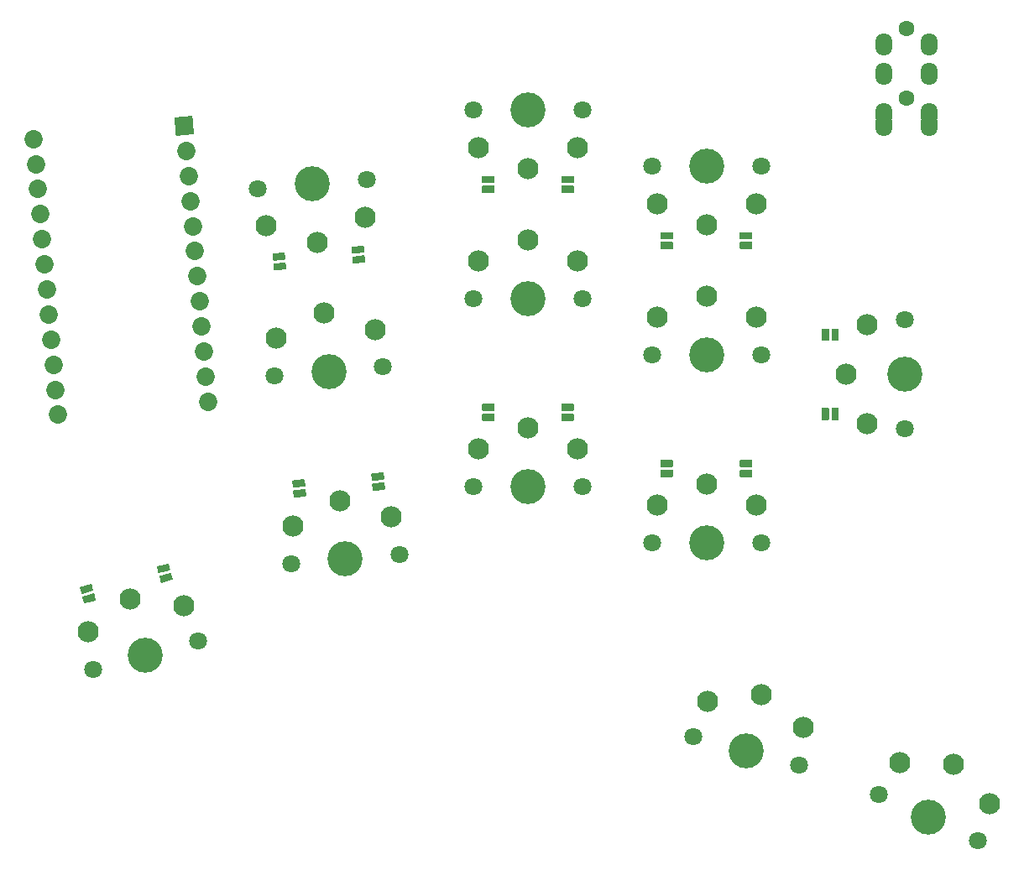
<source format=gbr>
%TF.GenerationSoftware,KiCad,Pcbnew,(5.1.10)-1*%
%TF.CreationDate,2021-07-21T18:09:40+02:00*%
%TF.ProjectId,metasepia_pfefferi_alu_bent_large,6d657461-7365-4706-9961-5f7066656666,VERSION_HERE*%
%TF.SameCoordinates,Original*%
%TF.FileFunction,Soldermask,Top*%
%TF.FilePolarity,Negative*%
%FSLAX46Y46*%
G04 Gerber Fmt 4.6, Leading zero omitted, Abs format (unit mm)*
G04 Created by KiCad (PCBNEW (5.1.10)-1) date 2021-07-21 18:09:40*
%MOMM*%
%LPD*%
G01*
G04 APERTURE LIST*
%ADD10C,3.529000*%
%ADD11C,1.801800*%
%ADD12C,2.132000*%
%ADD13C,1.852600*%
%ADD14C,1.600000*%
%ADD15O,1.700000X2.300000*%
G04 APERTURE END LIST*
D10*
%TO.C,S4*%
X30428800Y63985100D03*
D11*
X24949729Y63505743D03*
X35907871Y64464457D03*
D12*
X25779018Y59763781D03*
X30943019Y58107551D03*
X35740965Y60635339D03*
X30943019Y58107551D03*
%TD*%
D10*
%TO.C,S12*%
X74174500Y6764100D03*
D11*
X79487092Y5340595D03*
X68861908Y8187605D03*
D12*
X79987642Y9140523D03*
X75701532Y12463062D03*
X70328383Y11728713D03*
X75701532Y12463062D03*
%TD*%
D10*
%TO.C,S1*%
X13600100Y16420700D03*
D11*
X18912692Y17844205D03*
X8287508Y14997195D03*
D12*
X17446217Y21385313D03*
X12073068Y22119662D03*
X7786958Y18797123D03*
X12073068Y22119662D03*
%TD*%
%TO.C,J1*%
G36*
G01*
X8571851Y21939508D02*
X7467797Y21643677D01*
G75*
G02*
X7406560Y21679032I-12941J48296D01*
G01*
X7242210Y22292395D01*
G75*
G02*
X7277565Y22353632I48296J12941D01*
G01*
X8381619Y22649463D01*
G75*
G02*
X8442856Y22614108I12941J-48296D01*
G01*
X8607206Y22000745D01*
G75*
G02*
X8571851Y21939508I-48296J-12941D01*
G01*
G37*
G36*
G01*
X8312835Y22906168D02*
X7208781Y22610337D01*
G75*
G02*
X7147544Y22645692I-12941J48296D01*
G01*
X6983194Y23259055D01*
G75*
G02*
X7018549Y23320292I48296J12941D01*
G01*
X8122603Y23616123D01*
G75*
G02*
X8183840Y23580768I12941J-48296D01*
G01*
X8348190Y22967405D01*
G75*
G02*
X8312835Y22906168I-48296J-12941D01*
G01*
G37*
%TD*%
%TO.C,J2*%
G36*
G01*
X16299251Y24010108D02*
X15195197Y23714277D01*
G75*
G02*
X15133960Y23749632I-12941J48296D01*
G01*
X14969610Y24362995D01*
G75*
G02*
X15004965Y24424232I48296J12941D01*
G01*
X16109019Y24720063D01*
G75*
G02*
X16170256Y24684708I12941J-48296D01*
G01*
X16334606Y24071345D01*
G75*
G02*
X16299251Y24010108I-48296J-12941D01*
G01*
G37*
G36*
G01*
X16040235Y24976768D02*
X14936181Y24680937D01*
G75*
G02*
X14874944Y24716292I-12941J48296D01*
G01*
X14710594Y25329655D01*
G75*
G02*
X14745949Y25390892I48296J12941D01*
G01*
X15850003Y25686723D01*
G75*
G02*
X15911240Y25651368I12941J-48296D01*
G01*
X16075590Y25038005D01*
G75*
G02*
X16040235Y24976768I-48296J-12941D01*
G01*
G37*
%TD*%
D10*
%TO.C,S2*%
X33740700Y26129700D03*
D11*
X39219771Y26609057D03*
X28261629Y25650343D03*
D12*
X38390482Y30351019D03*
X33226481Y32007249D03*
X28428535Y29479461D03*
X33226481Y32007249D03*
%TD*%
%TO.C,J3*%
G36*
G01*
X29747166Y32437832D02*
X28608516Y32338213D01*
G75*
G02*
X28554348Y32383665I-4358J49810D01*
G01*
X28499004Y33016248D01*
G75*
G02*
X28544456Y33070416I49810J4358D01*
G01*
X29683106Y33170035D01*
G75*
G02*
X29737274Y33124583I4358J-49810D01*
G01*
X29792618Y32492000D01*
G75*
G02*
X29747166Y32437832I-49810J-4358D01*
G01*
G37*
G36*
G01*
X29659944Y33434784D02*
X28521294Y33335165D01*
G75*
G02*
X28467126Y33380617I-4358J49810D01*
G01*
X28411782Y34013200D01*
G75*
G02*
X28457234Y34067368I49810J4358D01*
G01*
X29595884Y34166987D01*
G75*
G02*
X29650052Y34121535I4358J-49810D01*
G01*
X29705396Y33488952D01*
G75*
G02*
X29659944Y33434784I-49810J-4358D01*
G01*
G37*
%TD*%
%TO.C,J4*%
G36*
G01*
X37716766Y33135032D02*
X36578116Y33035413D01*
G75*
G02*
X36523948Y33080865I-4358J49810D01*
G01*
X36468604Y33713448D01*
G75*
G02*
X36514056Y33767616I49810J4358D01*
G01*
X37652706Y33867235D01*
G75*
G02*
X37706874Y33821783I4358J-49810D01*
G01*
X37762218Y33189200D01*
G75*
G02*
X37716766Y33135032I-49810J-4358D01*
G01*
G37*
G36*
G01*
X37629544Y34131984D02*
X36490894Y34032365D01*
G75*
G02*
X36436726Y34077817I-4358J49810D01*
G01*
X36381382Y34710400D01*
G75*
G02*
X36426834Y34764568I49810J4358D01*
G01*
X37565484Y34864187D01*
G75*
G02*
X37619652Y34818735I4358J-49810D01*
G01*
X37674996Y34186152D01*
G75*
G02*
X37629544Y34131984I-49810J-4358D01*
G01*
G37*
%TD*%
D10*
%TO.C,S3*%
X32084700Y45057400D03*
D11*
X37563771Y45536757D03*
X26605629Y44578043D03*
D12*
X36734482Y49278719D03*
X31570481Y50934949D03*
X26772535Y48407161D03*
X31570481Y50934949D03*
%TD*%
%TO.C,J5*%
G36*
G01*
X34422234Y57677068D02*
X35560884Y57776687D01*
G75*
G02*
X35615052Y57731235I4358J-49810D01*
G01*
X35670396Y57098652D01*
G75*
G02*
X35624944Y57044484I-49810J-4358D01*
G01*
X34486294Y56944865D01*
G75*
G02*
X34432126Y56990317I-4358J49810D01*
G01*
X34376782Y57622900D01*
G75*
G02*
X34422234Y57677068I49810J4358D01*
G01*
G37*
G36*
G01*
X34509456Y56680116D02*
X35648106Y56779735D01*
G75*
G02*
X35702274Y56734283I4358J-49810D01*
G01*
X35757618Y56101700D01*
G75*
G02*
X35712166Y56047532I-49810J-4358D01*
G01*
X34573516Y55947913D01*
G75*
G02*
X34519348Y55993365I-4358J49810D01*
G01*
X34464004Y56625948D01*
G75*
G02*
X34509456Y56680116I49810J4358D01*
G01*
G37*
%TD*%
%TO.C,J6*%
G36*
G01*
X26452734Y56979768D02*
X27591384Y57079387D01*
G75*
G02*
X27645552Y57033935I4358J-49810D01*
G01*
X27700896Y56401352D01*
G75*
G02*
X27655444Y56347184I-49810J-4358D01*
G01*
X26516794Y56247565D01*
G75*
G02*
X26462626Y56293017I-4358J49810D01*
G01*
X26407282Y56925600D01*
G75*
G02*
X26452734Y56979768I49810J4358D01*
G01*
G37*
G36*
G01*
X26539956Y55982816D02*
X27678606Y56082435D01*
G75*
G02*
X27732774Y56036983I4358J-49810D01*
G01*
X27788118Y55404400D01*
G75*
G02*
X27742666Y55350232I-49810J-4358D01*
G01*
X26604016Y55250613D01*
G75*
G02*
X26549848Y55296065I-4358J49810D01*
G01*
X26494504Y55928648D01*
G75*
G02*
X26539956Y55982816I49810J4358D01*
G01*
G37*
%TD*%
D10*
%TO.C,S5*%
X52174500Y33430800D03*
D11*
X57674500Y33430800D03*
X46674500Y33430800D03*
D12*
X57174500Y37230800D03*
X52174500Y39330800D03*
X47174500Y37230800D03*
X52174500Y39330800D03*
%TD*%
%TO.C,J7*%
G36*
G01*
X48746000Y40062920D02*
X47603000Y40062920D01*
G75*
G02*
X47553000Y40112920I0J50000D01*
G01*
X47553000Y40747920D01*
G75*
G02*
X47603000Y40797920I50000J0D01*
G01*
X48746000Y40797920D01*
G75*
G02*
X48796000Y40747920I0J-50000D01*
G01*
X48796000Y40112920D01*
G75*
G02*
X48746000Y40062920I-50000J0D01*
G01*
G37*
G36*
G01*
X48746000Y41063680D02*
X47603000Y41063680D01*
G75*
G02*
X47553000Y41113680I0J50000D01*
G01*
X47553000Y41748680D01*
G75*
G02*
X47603000Y41798680I50000J0D01*
G01*
X48746000Y41798680D01*
G75*
G02*
X48796000Y41748680I0J-50000D01*
G01*
X48796000Y41113680D01*
G75*
G02*
X48746000Y41063680I-50000J0D01*
G01*
G37*
%TD*%
%TO.C,J8*%
G36*
G01*
X56746000Y40062920D02*
X55603000Y40062920D01*
G75*
G02*
X55553000Y40112920I0J50000D01*
G01*
X55553000Y40747920D01*
G75*
G02*
X55603000Y40797920I50000J0D01*
G01*
X56746000Y40797920D01*
G75*
G02*
X56796000Y40747920I0J-50000D01*
G01*
X56796000Y40112920D01*
G75*
G02*
X56746000Y40062920I-50000J0D01*
G01*
G37*
G36*
G01*
X56746000Y41063680D02*
X55603000Y41063680D01*
G75*
G02*
X55553000Y41113680I0J50000D01*
G01*
X55553000Y41748680D01*
G75*
G02*
X55603000Y41798680I50000J0D01*
G01*
X56746000Y41798680D01*
G75*
G02*
X56796000Y41748680I0J-50000D01*
G01*
X56796000Y41113680D01*
G75*
G02*
X56746000Y41063680I-50000J0D01*
G01*
G37*
%TD*%
D10*
%TO.C,S6*%
X52174500Y52430800D03*
D11*
X57674500Y52430800D03*
X46674500Y52430800D03*
D12*
X57174500Y56230800D03*
X52174500Y58330800D03*
X47174500Y56230800D03*
X52174500Y58330800D03*
%TD*%
D10*
%TO.C,S7*%
X52174500Y71430800D03*
D11*
X46674500Y71430800D03*
X57674500Y71430800D03*
D12*
X47174500Y67630800D03*
X52174500Y65530800D03*
X57174500Y67630800D03*
X52174500Y65530800D03*
%TD*%
%TO.C,J9*%
G36*
G01*
X55603000Y64798680D02*
X56746000Y64798680D01*
G75*
G02*
X56796000Y64748680I0J-50000D01*
G01*
X56796000Y64113680D01*
G75*
G02*
X56746000Y64063680I-50000J0D01*
G01*
X55603000Y64063680D01*
G75*
G02*
X55553000Y64113680I0J50000D01*
G01*
X55553000Y64748680D01*
G75*
G02*
X55603000Y64798680I50000J0D01*
G01*
G37*
G36*
G01*
X55603000Y63797920D02*
X56746000Y63797920D01*
G75*
G02*
X56796000Y63747920I0J-50000D01*
G01*
X56796000Y63112920D01*
G75*
G02*
X56746000Y63062920I-50000J0D01*
G01*
X55603000Y63062920D01*
G75*
G02*
X55553000Y63112920I0J50000D01*
G01*
X55553000Y63747920D01*
G75*
G02*
X55603000Y63797920I50000J0D01*
G01*
G37*
%TD*%
%TO.C,J10*%
G36*
G01*
X47603000Y64798680D02*
X48746000Y64798680D01*
G75*
G02*
X48796000Y64748680I0J-50000D01*
G01*
X48796000Y64113680D01*
G75*
G02*
X48746000Y64063680I-50000J0D01*
G01*
X47603000Y64063680D01*
G75*
G02*
X47553000Y64113680I0J50000D01*
G01*
X47553000Y64748680D01*
G75*
G02*
X47603000Y64798680I50000J0D01*
G01*
G37*
G36*
G01*
X47603000Y63797920D02*
X48746000Y63797920D01*
G75*
G02*
X48796000Y63747920I0J-50000D01*
G01*
X48796000Y63112920D01*
G75*
G02*
X48746000Y63062920I-50000J0D01*
G01*
X47603000Y63062920D01*
G75*
G02*
X47553000Y63112920I0J50000D01*
G01*
X47553000Y63747920D01*
G75*
G02*
X47603000Y63797920I50000J0D01*
G01*
G37*
%TD*%
D10*
%TO.C,S8*%
X70174500Y27764100D03*
D11*
X75674500Y27764100D03*
X64674500Y27764100D03*
D12*
X75174500Y31564100D03*
X70174500Y33664100D03*
X65174500Y31564100D03*
X70174500Y33664100D03*
%TD*%
%TO.C,J11*%
G36*
G01*
X66746000Y34396220D02*
X65603000Y34396220D01*
G75*
G02*
X65553000Y34446220I0J50000D01*
G01*
X65553000Y35081220D01*
G75*
G02*
X65603000Y35131220I50000J0D01*
G01*
X66746000Y35131220D01*
G75*
G02*
X66796000Y35081220I0J-50000D01*
G01*
X66796000Y34446220D01*
G75*
G02*
X66746000Y34396220I-50000J0D01*
G01*
G37*
G36*
G01*
X66746000Y35396980D02*
X65603000Y35396980D01*
G75*
G02*
X65553000Y35446980I0J50000D01*
G01*
X65553000Y36081980D01*
G75*
G02*
X65603000Y36131980I50000J0D01*
G01*
X66746000Y36131980D01*
G75*
G02*
X66796000Y36081980I0J-50000D01*
G01*
X66796000Y35446980D01*
G75*
G02*
X66746000Y35396980I-50000J0D01*
G01*
G37*
%TD*%
%TO.C,J12*%
G36*
G01*
X74746000Y34396220D02*
X73603000Y34396220D01*
G75*
G02*
X73553000Y34446220I0J50000D01*
G01*
X73553000Y35081220D01*
G75*
G02*
X73603000Y35131220I50000J0D01*
G01*
X74746000Y35131220D01*
G75*
G02*
X74796000Y35081220I0J-50000D01*
G01*
X74796000Y34446220D01*
G75*
G02*
X74746000Y34396220I-50000J0D01*
G01*
G37*
G36*
G01*
X74746000Y35396980D02*
X73603000Y35396980D01*
G75*
G02*
X73553000Y35446980I0J50000D01*
G01*
X73553000Y36081980D01*
G75*
G02*
X73603000Y36131980I50000J0D01*
G01*
X74746000Y36131980D01*
G75*
G02*
X74796000Y36081980I0J-50000D01*
G01*
X74796000Y35446980D01*
G75*
G02*
X74746000Y35396980I-50000J0D01*
G01*
G37*
%TD*%
D10*
%TO.C,S9*%
X70174500Y46764100D03*
D11*
X75674500Y46764100D03*
X64674500Y46764100D03*
D12*
X75174500Y50564100D03*
X70174500Y52664100D03*
X65174500Y50564100D03*
X70174500Y52664100D03*
%TD*%
D10*
%TO.C,S10*%
X70174500Y65764100D03*
D11*
X64674500Y65764100D03*
X75674500Y65764100D03*
D12*
X65174500Y61964100D03*
X70174500Y59864100D03*
X75174500Y61964100D03*
X70174500Y59864100D03*
%TD*%
%TO.C,J13*%
G36*
G01*
X73603000Y59131980D02*
X74746000Y59131980D01*
G75*
G02*
X74796000Y59081980I0J-50000D01*
G01*
X74796000Y58446980D01*
G75*
G02*
X74746000Y58396980I-50000J0D01*
G01*
X73603000Y58396980D01*
G75*
G02*
X73553000Y58446980I0J50000D01*
G01*
X73553000Y59081980D01*
G75*
G02*
X73603000Y59131980I50000J0D01*
G01*
G37*
G36*
G01*
X73603000Y58131220D02*
X74746000Y58131220D01*
G75*
G02*
X74796000Y58081220I0J-50000D01*
G01*
X74796000Y57446220D01*
G75*
G02*
X74746000Y57396220I-50000J0D01*
G01*
X73603000Y57396220D01*
G75*
G02*
X73553000Y57446220I0J50000D01*
G01*
X73553000Y58081220D01*
G75*
G02*
X73603000Y58131220I50000J0D01*
G01*
G37*
%TD*%
%TO.C,J14*%
G36*
G01*
X65603000Y59131980D02*
X66746000Y59131980D01*
G75*
G02*
X66796000Y59081980I0J-50000D01*
G01*
X66796000Y58446980D01*
G75*
G02*
X66746000Y58396980I-50000J0D01*
G01*
X65603000Y58396980D01*
G75*
G02*
X65553000Y58446980I0J50000D01*
G01*
X65553000Y59081980D01*
G75*
G02*
X65603000Y59131980I50000J0D01*
G01*
G37*
G36*
G01*
X65603000Y58131220D02*
X66746000Y58131220D01*
G75*
G02*
X66796000Y58081220I0J-50000D01*
G01*
X66796000Y57446220D01*
G75*
G02*
X66746000Y57396220I-50000J0D01*
G01*
X65603000Y57396220D01*
G75*
G02*
X65553000Y57446220I0J50000D01*
G01*
X65553000Y58081220D01*
G75*
G02*
X65603000Y58131220I50000J0D01*
G01*
G37*
%TD*%
D10*
%TO.C,S11*%
X90174500Y44764100D03*
D11*
X90174500Y50264100D03*
X90174500Y39264100D03*
D12*
X86374500Y49764100D03*
X84274500Y44764100D03*
X86374500Y39764100D03*
X84274500Y44764100D03*
%TD*%
%TO.C,J15*%
G36*
G01*
X83542380Y41335600D02*
X83542380Y40192600D01*
G75*
G02*
X83492380Y40142600I-50000J0D01*
G01*
X82857380Y40142600D01*
G75*
G02*
X82807380Y40192600I0J50000D01*
G01*
X82807380Y41335600D01*
G75*
G02*
X82857380Y41385600I50000J0D01*
G01*
X83492380Y41385600D01*
G75*
G02*
X83542380Y41335600I0J-50000D01*
G01*
G37*
G36*
G01*
X82541620Y41335600D02*
X82541620Y40192600D01*
G75*
G02*
X82491620Y40142600I-50000J0D01*
G01*
X81856620Y40142600D01*
G75*
G02*
X81806620Y40192600I0J50000D01*
G01*
X81806620Y41335600D01*
G75*
G02*
X81856620Y41385600I50000J0D01*
G01*
X82491620Y41385600D01*
G75*
G02*
X82541620Y41335600I0J-50000D01*
G01*
G37*
%TD*%
%TO.C,J16*%
G36*
G01*
X83542380Y49335600D02*
X83542380Y48192600D01*
G75*
G02*
X83492380Y48142600I-50000J0D01*
G01*
X82857380Y48142600D01*
G75*
G02*
X82807380Y48192600I0J50000D01*
G01*
X82807380Y49335600D01*
G75*
G02*
X82857380Y49385600I50000J0D01*
G01*
X83492380Y49385600D01*
G75*
G02*
X83542380Y49335600I0J-50000D01*
G01*
G37*
G36*
G01*
X82541620Y49335600D02*
X82541620Y48192600D01*
G75*
G02*
X82491620Y48142600I-50000J0D01*
G01*
X81856620Y48142600D01*
G75*
G02*
X81806620Y48192600I0J50000D01*
G01*
X81806620Y49335600D01*
G75*
G02*
X81856620Y49385600I50000J0D01*
G01*
X82491620Y49385600D01*
G75*
G02*
X82541620Y49335600I0J-50000D01*
G01*
G37*
%TD*%
D10*
%TO.C,S13*%
X92580700Y64800D03*
D11*
X97565393Y-2259600D03*
X87596007Y2389200D03*
D12*
X98718188Y1395678D03*
X95074148Y5412016D03*
X89655110Y5621861D03*
X95074148Y5412016D03*
%TD*%
%TO.C,C1*%
G36*
G01*
X16534740Y70695968D02*
X18280671Y70848717D01*
G75*
G02*
X18334839Y70803265I4358J-49810D01*
G01*
X18487588Y69057334D01*
G75*
G02*
X18442136Y69003166I-49810J-4358D01*
G01*
X16696205Y68850417D01*
G75*
G02*
X16642037Y68895869I-4358J49810D01*
G01*
X16489288Y70641800D01*
G75*
G02*
X16534740Y70695968I49810J4358D01*
G01*
G37*
D13*
X17709813Y67319232D03*
X17931189Y64788898D03*
X18152565Y62258563D03*
X18373940Y59728229D03*
X18595316Y57197894D03*
X18816691Y54667559D03*
X19038067Y52137225D03*
X19259443Y49606890D03*
X19480818Y47076556D03*
X19702194Y44546221D03*
X19923569Y42015887D03*
X2306431Y68521313D03*
X2527806Y65990979D03*
X2749182Y63460644D03*
X2970557Y60930310D03*
X3191933Y58399975D03*
X3413309Y55869641D03*
X3634684Y53339306D03*
X3856060Y50808971D03*
X4077435Y48278637D03*
X4298811Y45748302D03*
X4520187Y43217968D03*
X4741562Y40687633D03*
%TD*%
D14*
%TO.C,REF\u002A\u002A*%
X90374510Y72664116D03*
X90374510Y79664116D03*
D15*
X92674510Y69964116D03*
X88074510Y71064116D03*
X88074510Y75064116D03*
X88074510Y78064116D03*
X88074510Y69964116D03*
X92674510Y71064116D03*
X92674510Y75064116D03*
X92674510Y78064116D03*
%TD*%
M02*

</source>
